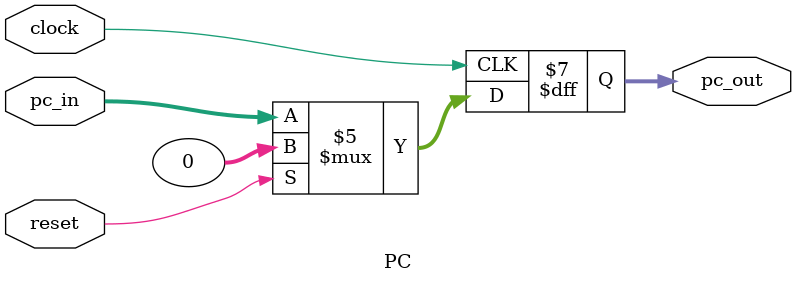
<source format=v>

module PC(
	input wire clock,
	input wire reset,
	input wire[31:0] pc_in,
	output reg[31:0] pc_out);
	
	initial begin
		pc_out = 32'h00000000;
	end
	
	always @(posedge clock) begin
		if (reset == 1'b1) begin
			pc_out <= 32'h00000000;
		end else begin
			pc_out <= pc_in;
		end
	end
	
endmodule
</source>
